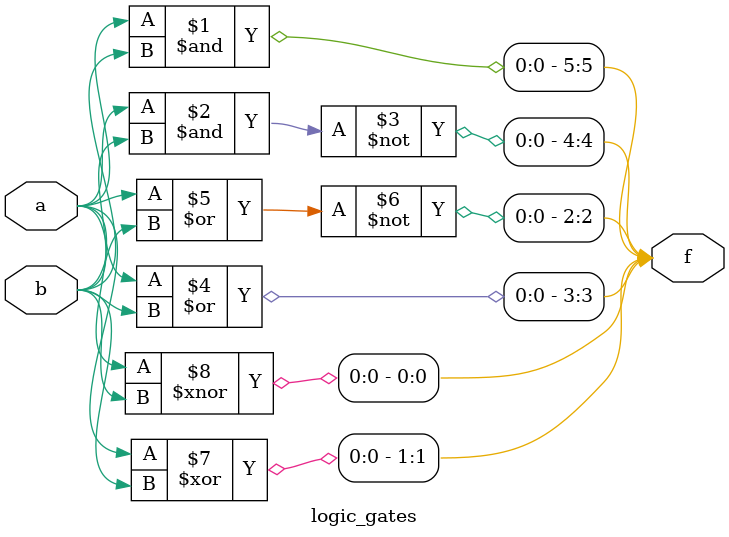
<source format=v>
`timescale 1ns / 1ps


module logic_gates(
    input a,
    input b,
    output [5:0] f
    );
    assign f[5] = a & b;
    assign f[4] = ~(a & b);
    assign f[3] = a | b;
    assign f[2] = ~(a | b);
    assign f[1] = a ^ b;
    assign f[0] = a ~^ b;
endmodule

</source>
